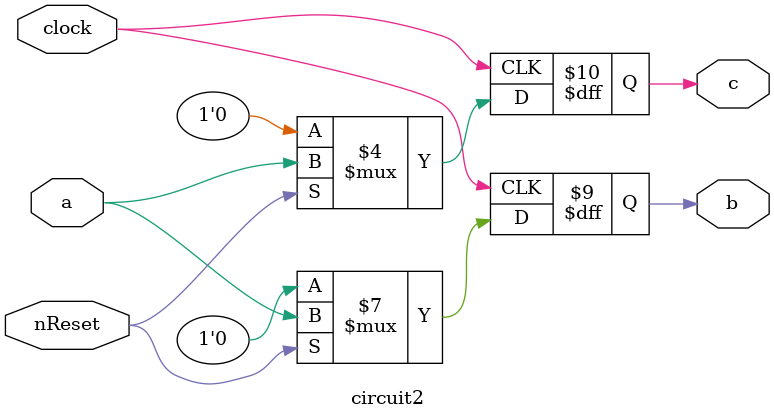
<source format=v>
module circuit2(output reg b, output reg c, input a, input clock, input nReset);

always@(posedge clock) begin
    if (nReset == 0) begin
        b = 0;
        c = 0;
    end else begin
        b = a;
        c = b;
    end
end

endmodule
</source>
